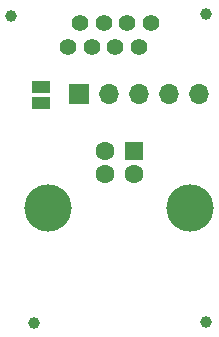
<source format=gbr>
G04 #@! TF.GenerationSoftware,KiCad,Pcbnew,(5.99.0-9812-gfee3c41c40)*
G04 #@! TF.CreationDate,2021-03-20T22:33:38-07:00*
G04 #@! TF.ProjectId,homebreakout,686f6d65-6272-4656-916b-6f75742e6b69,rev?*
G04 #@! TF.SameCoordinates,Original*
G04 #@! TF.FileFunction,Soldermask,Top*
G04 #@! TF.FilePolarity,Negative*
%FSLAX46Y46*%
G04 Gerber Fmt 4.6, Leading zero omitted, Abs format (unit mm)*
G04 Created by KiCad (PCBNEW (5.99.0-9812-gfee3c41c40)) date 2021-03-20 22:33:38*
%MOMM*%
%LPD*%
G01*
G04 APERTURE LIST*
%ADD10C,1.000000*%
%ADD11R,1.700000X1.700000*%
%ADD12O,1.700000X1.700000*%
%ADD13R,1.500000X1.000000*%
%ADD14C,1.397000*%
%ADD15R,1.600000X1.600000*%
%ADD16C,1.600000*%
%ADD17C,4.000000*%
G04 APERTURE END LIST*
D10*
X171958000Y-94869000D03*
X157353000Y-121031000D03*
X171958000Y-120904000D03*
X155448000Y-94996000D03*
D11*
X161163000Y-101600000D03*
D12*
X163703000Y-101600000D03*
X166243000Y-101600000D03*
X168783000Y-101600000D03*
X171323000Y-101600000D03*
D13*
X157988000Y-102370001D03*
X157988000Y-101070001D03*
D14*
X160274000Y-97663000D03*
X161274001Y-95662999D03*
X162274001Y-97663000D03*
X163274002Y-95662999D03*
X164274000Y-97663000D03*
X165274000Y-95662999D03*
X166274001Y-97663000D03*
X167274001Y-95662999D03*
D15*
X165862000Y-106426000D03*
D16*
X163362000Y-106426000D03*
X163362000Y-108426000D03*
X165862000Y-108426000D03*
D17*
X158612000Y-111286000D03*
X170612000Y-111286000D03*
M02*

</source>
